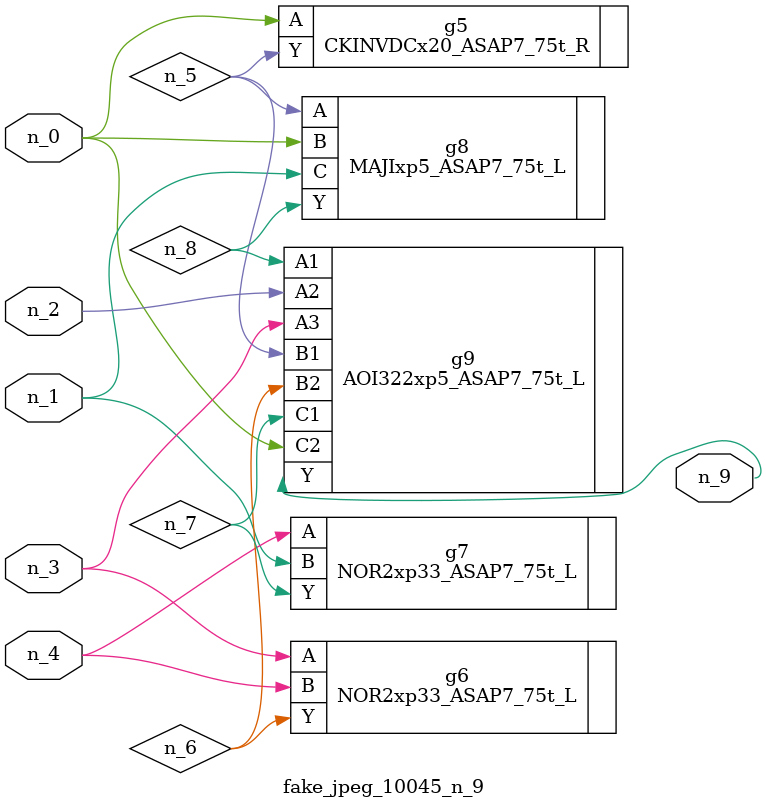
<source format=v>
module fake_jpeg_10045_n_9 (n_3, n_2, n_1, n_0, n_4, n_9);

input n_3;
input n_2;
input n_1;
input n_0;
input n_4;

output n_9;

wire n_8;
wire n_6;
wire n_5;
wire n_7;

CKINVDCx20_ASAP7_75t_R g5 ( 
.A(n_0),
.Y(n_5)
);

NOR2xp33_ASAP7_75t_L g6 ( 
.A(n_3),
.B(n_4),
.Y(n_6)
);

NOR2xp33_ASAP7_75t_L g7 ( 
.A(n_4),
.B(n_1),
.Y(n_7)
);

MAJIxp5_ASAP7_75t_L g8 ( 
.A(n_5),
.B(n_0),
.C(n_1),
.Y(n_8)
);

AOI322xp5_ASAP7_75t_L g9 ( 
.A1(n_8),
.A2(n_2),
.A3(n_3),
.B1(n_5),
.B2(n_6),
.C1(n_7),
.C2(n_0),
.Y(n_9)
);


endmodule
</source>
